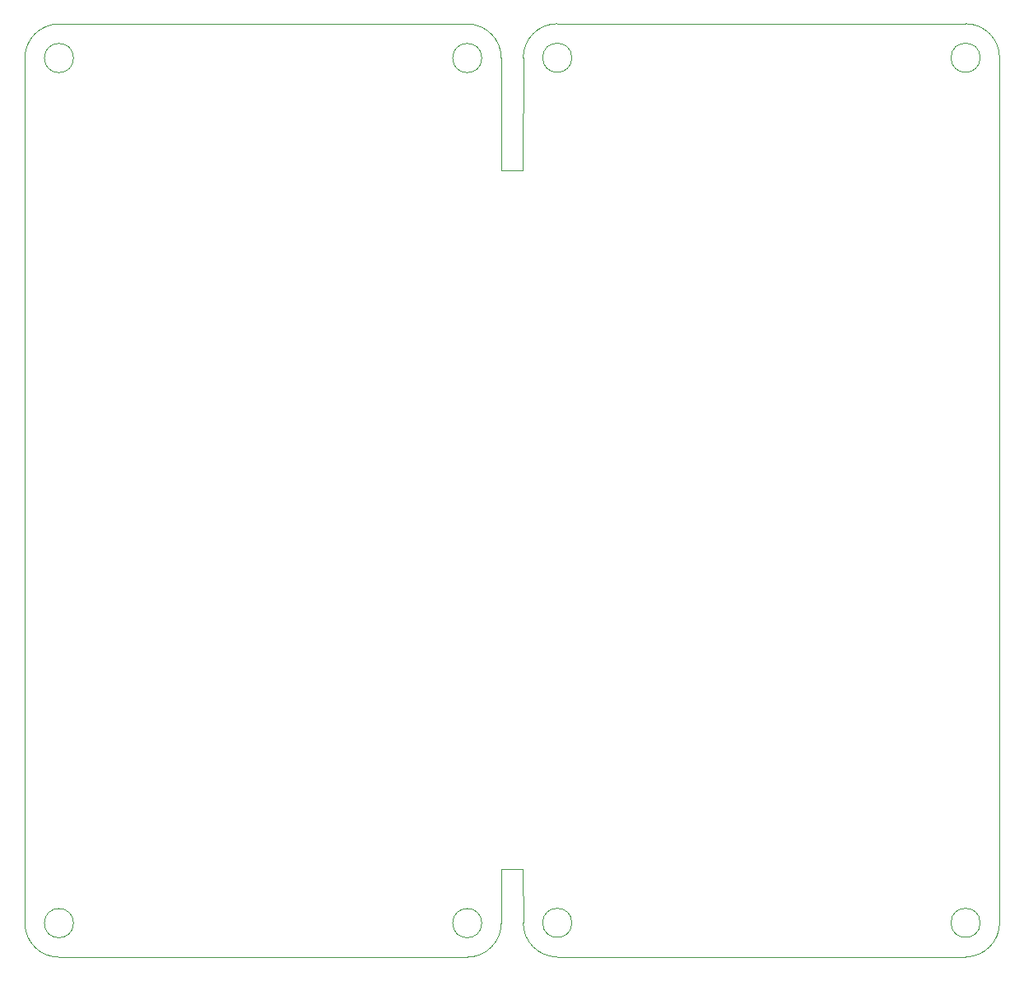
<source format=gbr>
%TF.GenerationSoftware,KiCad,Pcbnew,8.0.3*%
%TF.CreationDate,2024-10-06T14:44:46+03:00*%
%TF.ProjectId,DistorsionPedals,44697374-6f72-4736-996f-6e506564616c,rev?*%
%TF.SameCoordinates,Original*%
%TF.FileFunction,Profile,NP*%
%FSLAX46Y46*%
G04 Gerber Fmt 4.6, Leading zero omitted, Abs format (unit mm)*
G04 Created by KiCad (PCBNEW 8.0.3) date 2024-10-06 14:44:46*
%MOMM*%
%LPD*%
G01*
G04 APERTURE LIST*
%TA.AperFunction,Profile*%
%ADD10C,0.050000*%
%TD*%
%TA.AperFunction,Profile*%
%ADD11C,0.100000*%
%TD*%
G04 APERTURE END LIST*
D10*
X84750000Y-153100000D02*
X86950000Y-153100000D01*
X86987351Y-69624716D02*
X86950000Y-81200000D01*
X84750000Y-81200000D02*
X84731157Y-69654446D01*
X84750000Y-153100000D02*
X84731157Y-158654446D01*
X86950000Y-153100000D02*
X86987351Y-158624716D01*
X84750000Y-81200000D02*
X86950000Y-81200000D01*
D11*
X40731156Y-158654447D02*
G75*
G02*
X37731156Y-158654447I-1500000J0D01*
G01*
X37731156Y-158654447D02*
G75*
G02*
X40731156Y-158654447I1500000J0D01*
G01*
X82731158Y-69654445D02*
G75*
G02*
X79731158Y-69654445I-1500000J0D01*
G01*
X79731158Y-69654445D02*
G75*
G02*
X82731158Y-69654445I1500000J0D01*
G01*
X81231157Y-162154446D02*
X39231157Y-162154446D01*
D10*
X39231157Y-66154446D02*
X81231157Y-66154446D01*
D11*
X40731156Y-69654445D02*
G75*
G02*
X37731156Y-69654445I-1500000J0D01*
G01*
X37731156Y-69654445D02*
G75*
G02*
X40731156Y-69654445I1500000J0D01*
G01*
X39231157Y-162154446D02*
G75*
G02*
X35731157Y-158654446I-1J3499999D01*
G01*
X81231157Y-66154446D02*
G75*
G02*
X84731154Y-69654446I43J-3499954D01*
G01*
X35731157Y-158654446D02*
X35731157Y-69654446D01*
X35731157Y-69654446D02*
G75*
G02*
X39231157Y-66154446I3499999J1D01*
G01*
X82731158Y-158654447D02*
G75*
G02*
X79731158Y-158654447I-1500000J0D01*
G01*
X79731158Y-158654447D02*
G75*
G02*
X82731158Y-158654447I1500000J0D01*
G01*
X84731157Y-158654446D02*
G75*
G02*
X81231157Y-162154447I-3499997J-4D01*
G01*
X90487351Y-162124716D02*
G75*
G02*
X86987352Y-158624716I28J3500027D01*
G01*
X86987351Y-69624716D02*
G75*
G02*
X90487351Y-66124716I3499934J66D01*
G01*
X132487351Y-66124716D02*
G75*
G02*
X135987352Y-69624716I28J-3499973D01*
G01*
X132487351Y-162124716D02*
X90487351Y-162124716D01*
X91987350Y-158624717D02*
G75*
G02*
X88987350Y-158624717I-1500000J0D01*
G01*
X88987350Y-158624717D02*
G75*
G02*
X91987350Y-158624717I1500000J0D01*
G01*
X135987351Y-158624716D02*
G75*
G02*
X132487351Y-162124721I-3500072J67D01*
G01*
X133987352Y-69624715D02*
G75*
G02*
X130987352Y-69624715I-1500000J0D01*
G01*
X130987352Y-69624715D02*
G75*
G02*
X133987352Y-69624715I1500000J0D01*
G01*
D10*
X90487351Y-66124716D02*
X132487351Y-66124716D01*
D11*
X135987351Y-69624716D02*
X135987351Y-158624716D01*
X91987350Y-69624715D02*
G75*
G02*
X88987350Y-69624715I-1500000J0D01*
G01*
X88987350Y-69624715D02*
G75*
G02*
X91987350Y-69624715I1500000J0D01*
G01*
X133987352Y-158624717D02*
G75*
G02*
X130987352Y-158624717I-1500000J0D01*
G01*
X130987352Y-158624717D02*
G75*
G02*
X133987352Y-158624717I1500000J0D01*
G01*
M02*

</source>
